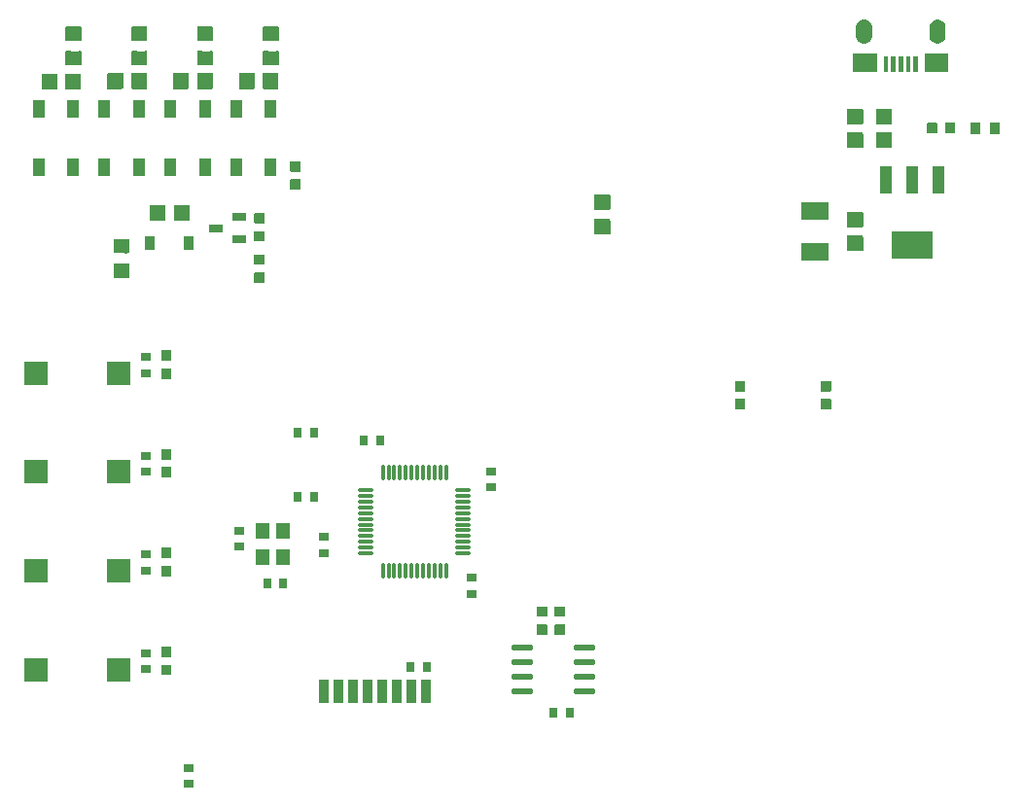
<source format=gtp>
G04*
G04 #@! TF.GenerationSoftware,Altium Limited,Altium Designer,20.2.8 (258)*
G04*
G04 Layer_Color=8421504*
%FSLAX25Y25*%
%MOIN*%
G70*
G04*
G04 #@! TF.SameCoordinates,8B033AF5-0F56-4633-A6EA-0BBE3F1FE994*
G04*
G04*
G04 #@! TF.FilePolarity,Positive*
G04*
G01*
G75*
%ADD23R,0.09354X0.06329*%
%ADD24R,0.01575X0.05315*%
%ADD25R,0.08268X0.06299*%
%ADD26R,0.03543X0.07874*%
%ADD27R,0.04800X0.05600*%
%ADD28R,0.03150X0.03543*%
%ADD29O,0.01063X0.05906*%
%ADD30O,0.05906X0.01063*%
%ADD31R,0.03740X0.04528*%
%ADD32R,0.05551X0.05315*%
%ADD33R,0.04921X0.02756*%
%ADD34R,0.03402X0.03175*%
%ADD35R,0.05421X0.04459*%
%ADD36R,0.03937X0.05906*%
%ADD37O,0.07678X0.02238*%
%ADD38R,0.03543X0.03150*%
%ADD39R,0.05315X0.05551*%
%ADD40R,0.03543X0.03937*%
%ADD41R,0.03175X0.03402*%
%ADD42R,0.07874X0.07874*%
%ADD43R,0.04134X0.09705*%
%ADD44R,0.13937X0.09705*%
G36*
X113556Y302424D02*
Y297896D01*
X113359Y297699D01*
X111745Y297679D01*
X111745Y299451D01*
X109973D01*
X109973Y297719D01*
X108320Y297699D01*
X108123Y297896D01*
X108123Y302424D01*
X108320Y302621D01*
X113359Y302621D01*
X113556Y302424D01*
D02*
G37*
G36*
X90956Y302424D02*
Y297896D01*
X90759Y297699D01*
X89145Y297679D01*
X89145Y299451D01*
X87373Y299451D01*
X87373Y297719D01*
X85720Y297699D01*
X85523Y297896D01*
X85523Y302424D01*
X85720Y302621D01*
X90759D01*
X90956Y302424D01*
D02*
G37*
G36*
X45856Y302424D02*
Y297896D01*
X45659Y297699D01*
X44045Y297679D01*
Y299451D01*
X42273D01*
Y297719D01*
X40620Y297699D01*
X40423Y297896D01*
X40423Y302424D01*
X40620Y302621D01*
X45659D01*
X45856Y302424D01*
D02*
G37*
G36*
X68456Y302424D02*
Y297896D01*
X68259Y297699D01*
X66645Y297679D01*
X66645Y299451D01*
X64873D01*
X64873Y297719D01*
X63220Y297699D01*
X63023Y297896D01*
Y302424D01*
X63220Y302621D01*
X68259Y302621D01*
X68456Y302424D01*
D02*
G37*
G36*
X340433Y304783D02*
X341062Y304420D01*
X341575Y303907D01*
X341938Y303278D01*
X342126Y302577D01*
Y302215D01*
Y299459D01*
Y299096D01*
X341938Y298395D01*
X341575Y297766D01*
X341062Y297253D01*
X340433Y296890D01*
X339733Y296703D01*
X339007D01*
X338306Y296890D01*
X337678Y297253D01*
X337164Y297766D01*
X336802Y298395D01*
X336614Y299096D01*
Y299459D01*
Y302215D01*
Y302577D01*
X336802Y303278D01*
X337164Y303907D01*
X337678Y304420D01*
X338306Y304783D01*
X339007Y304970D01*
X339733D01*
X340433Y304783D01*
D02*
G37*
G36*
X315237D02*
X315866Y304420D01*
X316379Y303907D01*
X316742Y303278D01*
X316930Y302577D01*
Y302215D01*
Y299459D01*
Y299096D01*
X316742Y298395D01*
X316379Y297766D01*
X315866Y297253D01*
X315237Y296890D01*
X314536Y296703D01*
X313811D01*
X313110Y296890D01*
X312481Y297253D01*
X311968Y297766D01*
X311606Y298395D01*
X311418Y299096D01*
Y299459D01*
Y302215D01*
Y302577D01*
X311606Y303278D01*
X311968Y303907D01*
X312481Y304420D01*
X313110Y304783D01*
X313811Y304970D01*
X314536D01*
X315237Y304783D01*
D02*
G37*
G36*
X113556Y293959D02*
X113556Y289432D01*
X113359Y289235D01*
X108320Y289235D01*
X108123Y289432D01*
X108123Y293959D01*
X108320Y294156D01*
X109973Y294156D01*
X109973Y292404D01*
X111745D01*
X111745Y294136D01*
X113359Y294156D01*
X113556Y293959D01*
D02*
G37*
G36*
X90956Y293959D02*
Y289432D01*
X90759Y289235D01*
X85720D01*
X85523Y289432D01*
X85523Y293959D01*
X85720Y294156D01*
X87373Y294156D01*
Y292404D01*
X89145D01*
X89145Y294136D01*
X90759Y294156D01*
X90956Y293959D01*
D02*
G37*
G36*
X64873Y294156D02*
Y292404D01*
X66645D01*
Y294136D01*
X68259Y294156D01*
X68456Y293959D01*
X68456Y289432D01*
X68259Y289235D01*
X63220Y289235D01*
X63023Y289432D01*
X63023Y293959D01*
X63220Y294156D01*
X64873Y294156D01*
D02*
G37*
G36*
X42273D02*
Y292404D01*
X44045Y292404D01*
Y294136D01*
X45659Y294156D01*
X45856Y293959D01*
X45856Y289432D01*
X45659Y289235D01*
X40620D01*
X40423Y289432D01*
Y293959D01*
X40620Y294156D01*
X42273Y294156D01*
D02*
G37*
G36*
X343110Y287057D02*
X334842D01*
Y293356D01*
X343110D01*
Y287057D01*
D02*
G37*
G36*
X332677D02*
X331102D01*
Y292372D01*
X332677D01*
Y287057D01*
D02*
G37*
G36*
X330118D02*
X328543D01*
Y292372D01*
X330118D01*
Y287057D01*
D02*
G37*
G36*
X327559D02*
X325984D01*
Y292372D01*
X327559D01*
Y287057D01*
D02*
G37*
G36*
X325000D02*
X323425D01*
Y292372D01*
X325000D01*
Y287057D01*
D02*
G37*
G36*
X322441D02*
X320866D01*
Y292372D01*
X322441D01*
Y287057D01*
D02*
G37*
G36*
X318701D02*
X310433D01*
Y293356D01*
X318701D01*
Y287057D01*
D02*
G37*
G36*
X67982Y286465D02*
X68179Y286268D01*
X68179Y281229D01*
X67982Y281032D01*
X63454Y281032D01*
X63258Y281229D01*
X63238Y282843D01*
X65009Y282843D01*
Y284615D01*
X63277D01*
X63258Y286268D01*
X63454Y286465D01*
X67982Y286465D01*
D02*
G37*
G36*
X59714Y286268D02*
X59714Y284615D01*
X57962D01*
X57962Y282843D01*
X59694Y282843D01*
X59714Y281229D01*
X59517Y281032D01*
X54990Y281032D01*
X54793Y281229D01*
Y286268D01*
X54990Y286465D01*
X59517Y286465D01*
X59714Y286268D01*
D02*
G37*
G36*
X113137Y286465D02*
X113334Y286268D01*
Y281229D01*
X113137Y281032D01*
X108609D01*
X108413Y281229D01*
X108393Y282843D01*
X110165D01*
Y284615D01*
X108432D01*
X108413Y286268D01*
X108609Y286465D01*
X113137Y286465D01*
D02*
G37*
G36*
X104869Y286268D02*
X104869Y284615D01*
X103117D01*
X103117Y282843D01*
X104850Y282843D01*
X104869Y281229D01*
X104673Y281032D01*
X100145D01*
X99948Y281229D01*
Y286268D01*
X100145Y286465D01*
X104673D01*
X104869Y286268D01*
D02*
G37*
G36*
X90537Y286465D02*
X90734Y286268D01*
X90734Y281229D01*
X90537Y281032D01*
X86010D01*
X85813Y281229D01*
X85793Y282843D01*
X87565D01*
X87565Y284615D01*
X85832Y284615D01*
X85813Y286268D01*
X86010Y286465D01*
X90537Y286465D01*
D02*
G37*
G36*
X82269Y286268D02*
X82269Y284615D01*
X80517D01*
X80517Y282843D01*
X82250Y282843D01*
X82269Y281229D01*
X82073Y281032D01*
X77545D01*
X77348Y281229D01*
X77348Y286268D01*
X77545Y286465D01*
X82073D01*
X82269Y286268D01*
D02*
G37*
G36*
X45437Y286365D02*
X45634Y286168D01*
X45634Y281129D01*
X45437Y280932D01*
X40909Y280932D01*
X40713Y281129D01*
X40693Y282743D01*
X42465D01*
X42465Y284515D01*
X40732Y284515D01*
X40713Y286168D01*
X40909Y286365D01*
X45437Y286365D01*
D02*
G37*
G36*
X37169Y286168D02*
X37169Y284515D01*
X35417D01*
X35417Y282743D01*
X37150Y282743D01*
X37169Y281129D01*
X36972Y280932D01*
X32445Y280932D01*
X32248Y281129D01*
Y286168D01*
X32445Y286365D01*
X36972D01*
X37169Y286168D01*
D02*
G37*
G36*
X323661Y274114D02*
X323661Y269587D01*
X323465Y269390D01*
X321850Y269370D01*
Y271142D01*
X320079D01*
Y269409D01*
X318425Y269390D01*
X318228Y269587D01*
X318228Y274114D01*
X318425Y274311D01*
X323465D01*
X323661Y274114D01*
D02*
G37*
G36*
X313622Y274311D02*
X313819Y274114D01*
X313819Y269587D01*
X313622Y269390D01*
X312008Y269370D01*
Y271142D01*
X310236D01*
X310236Y269409D01*
X308583Y269390D01*
X308386Y269587D01*
Y274114D01*
X308583Y274311D01*
X313622Y274311D01*
D02*
G37*
G36*
X345453Y269291D02*
Y266142D01*
X345256Y265945D01*
X342106D01*
X341910Y266142D01*
Y267094D01*
X343366D01*
Y268394D01*
X341910D01*
Y269291D01*
X342106Y269488D01*
X345256D01*
X345453Y269291D01*
D02*
G37*
G36*
X339154D02*
Y268394D01*
X337658D01*
Y267094D01*
X339154D01*
Y266142D01*
X338957Y265945D01*
X335847D01*
X335650Y266142D01*
Y269291D01*
X335847Y269488D01*
X338957D01*
X339154Y269291D01*
D02*
G37*
G36*
X323661Y265650D02*
X323661Y261122D01*
X323465Y260925D01*
X318425D01*
X318228Y261122D01*
Y265650D01*
X318425Y265846D01*
X320079Y265846D01*
Y264094D01*
X321850Y264094D01*
X321850Y265827D01*
X323465Y265846D01*
X323661Y265650D01*
D02*
G37*
G36*
X313819D02*
X313819Y261122D01*
X313622Y260925D01*
X308583D01*
X308386Y261122D01*
Y265650D01*
X308583Y265846D01*
X310236Y265846D01*
X310236Y264094D01*
X312008D01*
X312008Y265827D01*
X313622Y265846D01*
X313819Y265650D01*
D02*
G37*
G36*
X121011Y256219D02*
Y253069D01*
X120814Y252872D01*
X119861Y252872D01*
X119861Y254329D01*
X118562D01*
Y252872D01*
X117665Y252872D01*
X117468Y253069D01*
Y256219D01*
X117665Y256416D01*
X120814D01*
X121011Y256219D01*
D02*
G37*
G36*
Y249920D02*
Y246809D01*
X120814Y246613D01*
X117665Y246613D01*
X117468Y246809D01*
Y249920D01*
X117665Y250116D01*
X118562Y250116D01*
Y248620D01*
X119861Y248620D01*
X119861Y250116D01*
X120814D01*
X121011Y249920D01*
D02*
G37*
G36*
X227205Y244587D02*
X227205Y240059D01*
X227008Y239862D01*
X225394Y239843D01*
Y241614D01*
X223622D01*
Y239882D01*
X221969Y239862D01*
X221772Y240059D01*
X221772Y244587D01*
X221969Y244784D01*
X227008D01*
X227205Y244587D01*
D02*
G37*
G36*
X82708Y241209D02*
X82708Y236170D01*
X82511Y235973D01*
X77983D01*
X77787Y236170D01*
X77767Y237784D01*
X79539D01*
X79539Y239556D01*
X77806D01*
X77787Y241209D01*
X77983Y241406D01*
X82511Y241406D01*
X82708Y241209D01*
D02*
G37*
G36*
X74243Y241209D02*
X74243Y239556D01*
X72491D01*
X72491Y237784D01*
X74224D01*
X74243Y236170D01*
X74046Y235973D01*
X69519Y235973D01*
X69322Y236170D01*
Y241209D01*
X69519Y241406D01*
X74046Y241406D01*
X74243Y241209D01*
D02*
G37*
G36*
X108488Y238670D02*
X108685Y238473D01*
X108685Y235363D01*
X108488Y235166D01*
X107591Y235166D01*
X107591Y236662D01*
X106291Y236662D01*
X106291Y235166D01*
X105339Y235166D01*
X105142Y235363D01*
Y238473D01*
X105339Y238670D01*
X108488Y238670D01*
D02*
G37*
G36*
X227205Y236122D02*
X227205Y231595D01*
X227008Y231398D01*
X221969D01*
X221772Y231595D01*
Y236122D01*
X221969Y236319D01*
X223622Y236319D01*
Y234567D01*
X225394Y234567D01*
X225394Y236299D01*
X227008Y236319D01*
X227205Y236122D01*
D02*
G37*
G36*
X313819Y238681D02*
X313819Y234154D01*
X313622Y233957D01*
X312008Y233937D01*
Y235709D01*
X310236D01*
Y233976D01*
X308583Y233957D01*
X308386Y234154D01*
X308386Y238681D01*
X308583Y238878D01*
X313622D01*
X313819Y238681D01*
D02*
G37*
G36*
X108685Y232213D02*
Y229064D01*
X108488Y228867D01*
X105339D01*
X105142Y229064D01*
Y232213D01*
X105339Y232410D01*
X106291D01*
Y230954D01*
X107591Y230954D01*
X107591Y232410D01*
X108488D01*
X108685Y232213D01*
D02*
G37*
G36*
X313819Y230217D02*
X313819Y225689D01*
X313622Y225492D01*
X308583D01*
X308386Y225689D01*
Y230217D01*
X308583Y230414D01*
X310236Y230413D01*
Y228661D01*
X312008Y228661D01*
X312008Y230394D01*
X313622Y230414D01*
X313819Y230217D01*
D02*
G37*
G36*
X62430Y229565D02*
X62430Y225037D01*
X62233Y224840D01*
X60619Y224820D01*
X60619Y226592D01*
X58847Y226592D01*
Y224860D01*
X57194Y224840D01*
X56997Y225037D01*
X56997Y229565D01*
X57194Y229762D01*
X62233Y229762D01*
X62430Y229565D01*
D02*
G37*
G36*
X108685Y224273D02*
X108685Y221124D01*
X108488Y220927D01*
X107535D01*
Y222383D01*
X106236D01*
X106236Y220927D01*
X105339D01*
X105142Y221124D01*
Y224273D01*
X105339Y224470D01*
X108488D01*
X108685Y224273D01*
D02*
G37*
G36*
X62430Y221100D02*
X62430Y216572D01*
X62233Y216376D01*
X57194D01*
X56997Y216572D01*
X56997Y221100D01*
X57194Y221297D01*
X58847Y221297D01*
Y219545D01*
X60619D01*
Y221277D01*
X62233Y221297D01*
X62430Y221100D01*
D02*
G37*
G36*
X108685Y217974D02*
X108685Y214864D01*
X108488Y214667D01*
X105339D01*
X105142Y214864D01*
Y217974D01*
X105339Y218171D01*
X106236Y218171D01*
Y216675D01*
X107535D01*
X107535Y218171D01*
X108488D01*
X108685Y217974D01*
D02*
G37*
G36*
X76711Y191332D02*
X76711Y188183D01*
X76514Y187986D01*
X75561D01*
Y189443D01*
X74262D01*
Y187986D01*
X73365D01*
X73168Y188183D01*
Y191332D01*
X73365Y191529D01*
X76514Y191529D01*
X76711Y191332D01*
D02*
G37*
G36*
X76514Y185230D02*
X76711Y185033D01*
Y181923D01*
X76514Y181726D01*
X73365Y181726D01*
X73168Y181923D01*
Y185033D01*
X73365Y185230D01*
X74262Y185230D01*
Y183734D01*
X75561D01*
X75561Y185230D01*
X76514Y185230D01*
D02*
G37*
G36*
X273411Y180853D02*
X273411Y177743D01*
X273214Y177546D01*
X272317Y177546D01*
Y179042D01*
X271017D01*
X271017Y177546D01*
X270064D01*
X269868Y177743D01*
X269868Y180853D01*
X270064Y181050D01*
X273214D01*
X273411Y180853D01*
D02*
G37*
G36*
X302911Y180884D02*
X302911Y177735D01*
X302714Y177538D01*
X301761D01*
Y178995D01*
X300462Y178995D01*
Y177538D01*
X299565D01*
X299368Y177735D01*
Y180884D01*
X299565Y181081D01*
X302714D01*
X302911Y180884D01*
D02*
G37*
G36*
X273411Y174593D02*
Y171444D01*
X273214Y171247D01*
X270064D01*
X269868Y171444D01*
Y174593D01*
X270064Y174790D01*
X271017D01*
Y173334D01*
X272317D01*
Y174790D01*
X273214D01*
X273411Y174593D01*
D02*
G37*
G36*
X302911Y174585D02*
X302911Y171475D01*
X302714Y171278D01*
X299565Y171278D01*
X299368Y171475D01*
Y174585D01*
X299565Y174782D01*
X300462D01*
Y173286D01*
X301761Y173286D01*
Y174782D01*
X302714D01*
X302911Y174585D01*
D02*
G37*
G36*
X76711Y157495D02*
Y154346D01*
X76514Y154149D01*
X75561Y154149D01*
Y155606D01*
X74262Y155606D01*
Y154149D01*
X73365Y154149D01*
X73168Y154346D01*
Y157495D01*
X73365Y157692D01*
X76514D01*
X76711Y157495D01*
D02*
G37*
G36*
X76711Y151196D02*
Y148086D01*
X76514Y147889D01*
X73365D01*
X73168Y148086D01*
X73168Y151196D01*
X73365Y151393D01*
X74262Y151393D01*
Y149897D01*
X75561Y149897D01*
X75561Y151393D01*
X76514D01*
X76711Y151196D01*
D02*
G37*
G36*
Y123658D02*
Y120509D01*
X76514Y120312D01*
X75561Y120312D01*
Y121769D01*
X74262Y121768D01*
X74262Y120312D01*
X73365Y120312D01*
X73168Y120509D01*
Y123658D01*
X73365Y123855D01*
X76514D01*
X76711Y123658D01*
D02*
G37*
G36*
X76711Y117359D02*
X76711Y114249D01*
X76514Y114052D01*
X73365Y114052D01*
X73168Y114249D01*
Y117359D01*
X73365Y117556D01*
X74262D01*
X74262Y116060D01*
X75561Y116060D01*
X75561Y117556D01*
X76514D01*
X76711Y117359D01*
D02*
G37*
G36*
X211674Y103584D02*
X211674Y100435D01*
X211477Y100238D01*
X210524D01*
Y101695D01*
X209225Y101695D01*
Y100238D01*
X208328D01*
X208131Y100435D01*
Y103584D01*
X208328Y103781D01*
X211477D01*
X211674Y103584D01*
D02*
G37*
G36*
X205574D02*
X205574Y100435D01*
X205377Y100238D01*
X204424Y100238D01*
Y101695D01*
X203125Y101695D01*
X203125Y100238D01*
X202228Y100238D01*
X202031Y100435D01*
Y103584D01*
X202228Y103781D01*
X205377Y103781D01*
X205574Y103584D01*
D02*
G37*
G36*
X211674Y97285D02*
X211674Y94175D01*
X211477Y93978D01*
X208328Y93978D01*
X208131Y94175D01*
X208131Y97285D01*
X208328Y97482D01*
X209225Y97482D01*
Y95986D01*
X210524Y95986D01*
Y97482D01*
X211477Y97482D01*
X211674Y97285D01*
D02*
G37*
G36*
X205574Y97285D02*
Y94175D01*
X205377Y93978D01*
X202228Y93978D01*
X202031Y94175D01*
X202031Y97285D01*
X202228Y97482D01*
X203125Y97482D01*
X203125Y95986D01*
X204424Y95986D01*
X204424Y97482D01*
X205377D01*
X205574Y97285D01*
D02*
G37*
G36*
X76711Y89821D02*
Y86672D01*
X76514Y86475D01*
X75561D01*
X75561Y87932D01*
X74262Y87932D01*
Y86475D01*
X73365D01*
X73168Y86672D01*
X73168Y89821D01*
X73365Y90018D01*
X76514Y90018D01*
X76711Y89821D01*
D02*
G37*
G36*
Y83522D02*
Y80412D01*
X76514Y80215D01*
X73365D01*
X73168Y80412D01*
X73168Y83522D01*
X73365Y83719D01*
X74262Y83719D01*
Y82223D01*
X75561Y82223D01*
X75561Y83719D01*
X76514D01*
X76711Y83522D01*
D02*
G37*
D23*
X297244Y225182D02*
D03*
Y239385D02*
D03*
D24*
X331890Y289715D02*
D03*
X329331D02*
D03*
X326772D02*
D03*
X324213D02*
D03*
X321654D02*
D03*
D25*
X314567Y290207D02*
D03*
X338976D02*
D03*
D26*
X164029Y74814D02*
D03*
X159029Y74814D02*
D03*
X154029Y74814D02*
D03*
X149029Y74814D02*
D03*
X144029Y74814D02*
D03*
X139029Y74814D02*
D03*
X134029Y74814D02*
D03*
X129029Y74814D02*
D03*
D27*
X108039Y120780D02*
D03*
X115039D02*
D03*
Y129780D02*
D03*
X108039D02*
D03*
D28*
X158810Y82932D02*
D03*
X164321Y82932D02*
D03*
X142784Y160780D02*
D03*
X148295D02*
D03*
X125506Y141480D02*
D03*
X119995D02*
D03*
Y163279D02*
D03*
X125506D02*
D03*
X115095Y111779D02*
D03*
X109584D02*
D03*
X207791Y67479D02*
D03*
X213302D02*
D03*
D29*
X149213Y149511D02*
D03*
X151182Y149512D02*
D03*
X153150Y149511D02*
D03*
X155119Y149512D02*
D03*
X157087Y149511D02*
D03*
X159056Y149512D02*
D03*
X161024Y149511D02*
D03*
X162993Y149512D02*
D03*
X164961Y149511D02*
D03*
X166930Y149512D02*
D03*
X168898Y149511D02*
D03*
X170867Y149512D02*
D03*
X170866Y116048D02*
D03*
X168897Y116047D02*
D03*
X166929Y116048D02*
D03*
X164960Y116047D02*
D03*
X162992Y116048D02*
D03*
X161023Y116047D02*
D03*
X159055Y116048D02*
D03*
X157086Y116047D02*
D03*
X155118Y116048D02*
D03*
X153149Y116047D02*
D03*
X151181Y116048D02*
D03*
X149212Y116047D02*
D03*
D30*
X176771Y143607D02*
D03*
Y141637D02*
D03*
Y139670D02*
D03*
Y137700D02*
D03*
Y135733D02*
D03*
Y133763D02*
D03*
Y131796D02*
D03*
Y129826D02*
D03*
Y127859D02*
D03*
Y125889D02*
D03*
Y123922D02*
D03*
Y121952D02*
D03*
X143308D02*
D03*
Y123922D02*
D03*
Y125889D02*
D03*
Y127859D02*
D03*
Y129826D02*
D03*
Y131796D02*
D03*
Y133763D02*
D03*
Y135733D02*
D03*
Y137700D02*
D03*
Y139670D02*
D03*
Y141637D02*
D03*
Y143607D02*
D03*
D31*
X69450Y228169D02*
D03*
X82777Y228169D02*
D03*
D32*
X80168Y238769D02*
D03*
X72058Y238769D02*
D03*
X110794Y283828D02*
D03*
X102684D02*
D03*
X80084D02*
D03*
X88194Y283828D02*
D03*
X57529Y283828D02*
D03*
X65639Y283828D02*
D03*
X34984Y283728D02*
D03*
X43095Y283728D02*
D03*
D33*
X92077Y233469D02*
D03*
X99950Y237209D02*
D03*
Y229728D02*
D03*
D34*
X106913Y216603D02*
D03*
X106913Y222534D02*
D03*
Y236734D02*
D03*
Y230803D02*
D03*
X74939Y155756D02*
D03*
X74939Y149825D02*
D03*
X271639Y173183D02*
D03*
Y179114D02*
D03*
X301139Y179145D02*
D03*
Y173214D02*
D03*
X203802Y101845D02*
D03*
X203802Y95914D02*
D03*
X209902Y101845D02*
D03*
Y95914D02*
D03*
X74939Y121919D02*
D03*
Y115988D02*
D03*
X74939Y88082D02*
D03*
Y82151D02*
D03*
X74939Y189593D02*
D03*
Y183662D02*
D03*
X119239Y254480D02*
D03*
Y248549D02*
D03*
D35*
X59713Y226873D02*
D03*
Y219264D02*
D03*
X110839Y292123D02*
D03*
Y299732D02*
D03*
X88239Y292123D02*
D03*
X88239Y299732D02*
D03*
X65739Y292123D02*
D03*
X65739Y299732D02*
D03*
X43139Y292123D02*
D03*
Y299732D02*
D03*
D36*
X88178Y274170D02*
D03*
X76368D02*
D03*
X76368Y254485D02*
D03*
X88178Y254485D02*
D03*
X65611Y274170D02*
D03*
X53801Y274170D02*
D03*
X53801Y254485D02*
D03*
X65611D02*
D03*
X43044Y274170D02*
D03*
X31234D02*
D03*
Y254485D02*
D03*
X43044Y254485D02*
D03*
X110744Y274170D02*
D03*
X98934Y274170D02*
D03*
X98934Y254485D02*
D03*
X110744Y254485D02*
D03*
D37*
X196952Y89679D02*
D03*
Y84680D02*
D03*
Y79680D02*
D03*
Y74679D02*
D03*
X218252Y89679D02*
D03*
Y84680D02*
D03*
Y79680D02*
D03*
Y74679D02*
D03*
D38*
X186239Y150035D02*
D03*
Y144524D02*
D03*
X179539Y108024D02*
D03*
Y113535D02*
D03*
X128839Y122124D02*
D03*
Y127635D02*
D03*
X100039Y129735D02*
D03*
X100039Y124224D02*
D03*
X82639Y48335D02*
D03*
Y42824D02*
D03*
X67839Y155346D02*
D03*
Y149835D02*
D03*
X67839Y121509D02*
D03*
Y115998D02*
D03*
X67839Y87672D02*
D03*
Y82161D02*
D03*
X67839Y189183D02*
D03*
Y183672D02*
D03*
D39*
X311024Y263661D02*
D03*
Y271772D02*
D03*
X320866Y263661D02*
D03*
Y271772D02*
D03*
X224410Y234134D02*
D03*
Y242244D02*
D03*
X311024Y228228D02*
D03*
Y236339D02*
D03*
D40*
X359055Y267717D02*
D03*
X352362D02*
D03*
D41*
X343517D02*
D03*
X337586D02*
D03*
D42*
X58639Y149857D02*
D03*
X30286Y149857D02*
D03*
X58639Y115987D02*
D03*
X30286Y115987D02*
D03*
X58639Y82117D02*
D03*
X30286D02*
D03*
X58639Y183728D02*
D03*
X30286D02*
D03*
D43*
X339764Y250000D02*
D03*
X330709D02*
D03*
X321654D02*
D03*
D44*
X330709Y227500D02*
D03*
M02*

</source>
